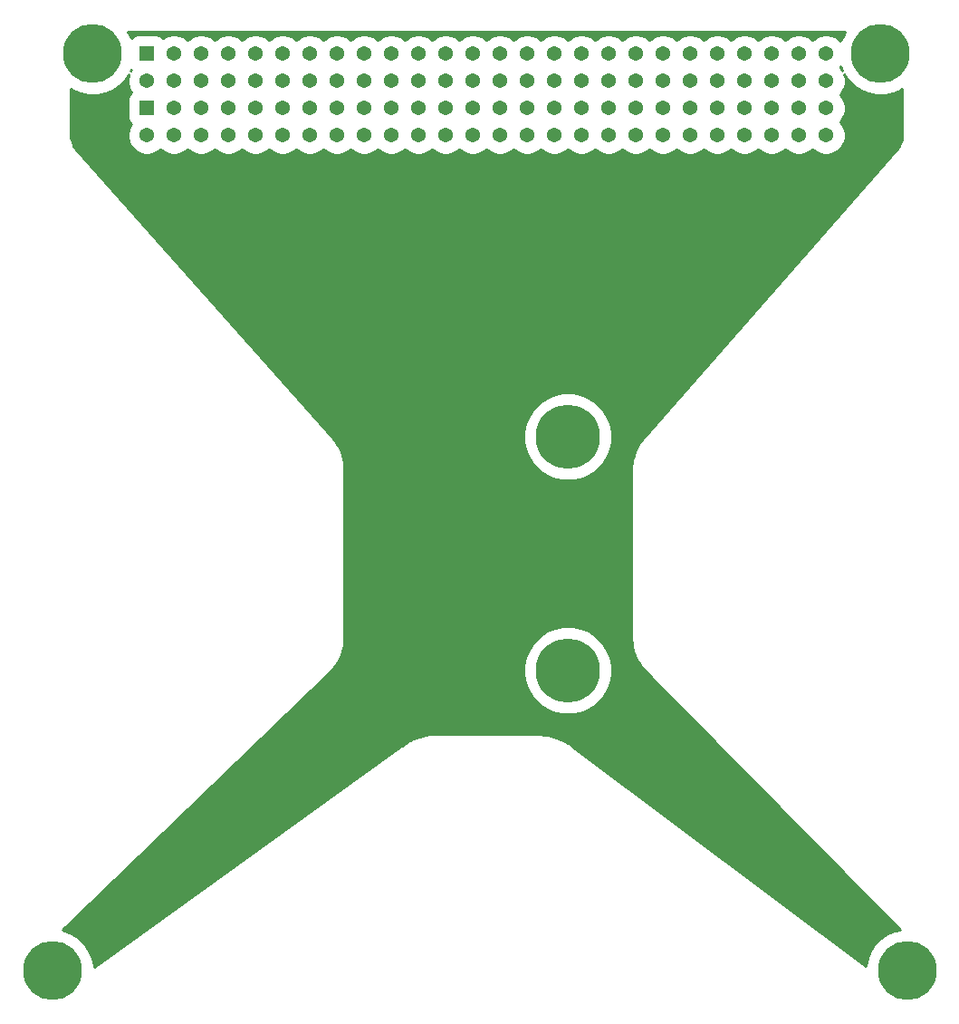
<source format=gtl>
G04 #@! TF.GenerationSoftware,KiCad,Pcbnew,5.1.10-1.fc34*
G04 #@! TF.CreationDate,2021-07-25T00:14:55-03:00*
G04 #@! TF.ProjectId,rf-splitter,72662d73-706c-4697-9474-65722e6b6963,v0.0*
G04 #@! TF.SameCoordinates,Original*
G04 #@! TF.FileFunction,Copper,L1,Top*
G04 #@! TF.FilePolarity,Positive*
%FSLAX46Y46*%
G04 Gerber Fmt 4.6, Leading zero omitted, Abs format (unit mm)*
G04 Created by KiCad (PCBNEW 5.1.10-1.fc34) date 2021-07-25 00:14:55*
%MOMM*%
%LPD*%
G01*
G04 APERTURE LIST*
G04 #@! TA.AperFunction,ComponentPad*
%ADD10C,6.000000*%
G04 #@! TD*
G04 #@! TA.AperFunction,ConnectorPad*
%ADD11C,5.500000*%
G04 #@! TD*
G04 #@! TA.AperFunction,ComponentPad*
%ADD12C,3.600000*%
G04 #@! TD*
G04 #@! TA.AperFunction,ComponentPad*
%ADD13C,1.370000*%
G04 #@! TD*
G04 #@! TA.AperFunction,ComponentPad*
%ADD14R,1.370000X1.370000*%
G04 #@! TD*
G04 #@! TA.AperFunction,NonConductor*
%ADD15C,0.254000*%
G04 #@! TD*
G04 #@! TA.AperFunction,NonConductor*
%ADD16C,0.100000*%
G04 #@! TD*
G04 APERTURE END LIST*
D10*
X133350000Y-108400000D03*
X133350000Y-86560000D03*
D11*
X165060000Y-136420000D03*
D12*
X165060000Y-136420000D03*
D11*
X85130000Y-136420000D03*
D12*
X85130000Y-136420000D03*
D11*
X162560000Y-50800000D03*
D12*
X162560000Y-50800000D03*
D11*
X88900000Y-50800000D03*
D12*
X88900000Y-50800000D03*
D13*
X157480000Y-58420000D03*
X157480000Y-55880000D03*
X154940000Y-58420000D03*
X154940000Y-55880000D03*
X152400000Y-58420000D03*
X152400000Y-55880000D03*
X149860000Y-58420000D03*
X149860000Y-55880000D03*
X147320000Y-58420000D03*
X147320000Y-55880000D03*
X144780000Y-58420000D03*
X144780000Y-55880000D03*
X142240000Y-58420000D03*
X142240000Y-55880000D03*
X139700000Y-58420000D03*
X139700000Y-55880000D03*
X137160000Y-58420000D03*
X137160000Y-55880000D03*
X134620000Y-58420000D03*
X134620000Y-55880000D03*
X132080000Y-58420000D03*
X132080000Y-55880000D03*
X129540000Y-58420000D03*
X129540000Y-55880000D03*
X127000000Y-58420000D03*
X127000000Y-55880000D03*
X124460000Y-58420000D03*
X124460000Y-55880000D03*
X121920000Y-58420000D03*
X121920000Y-55880000D03*
X119380000Y-58420000D03*
X119380000Y-55880000D03*
X116840000Y-58420000D03*
X116840000Y-55880000D03*
X114300000Y-58420000D03*
X114300000Y-55880000D03*
X111760000Y-58420000D03*
X111760000Y-55880000D03*
X109220000Y-58420000D03*
X109220000Y-55880000D03*
X106680000Y-58420000D03*
X106680000Y-55880000D03*
X104140000Y-58420000D03*
X104140000Y-55880000D03*
X101600000Y-58420000D03*
X101600000Y-55880000D03*
X99060000Y-58420000D03*
X99060000Y-55880000D03*
X96520000Y-58420000D03*
X96520000Y-55880000D03*
X93980000Y-58420000D03*
D14*
X93980000Y-55880000D03*
D13*
X157480000Y-53340000D03*
X157480000Y-50800000D03*
X154940000Y-53340000D03*
X154940000Y-50800000D03*
X152400000Y-53340000D03*
X152400000Y-50800000D03*
X149860000Y-53340000D03*
X149860000Y-50800000D03*
X147320000Y-53340000D03*
X147320000Y-50800000D03*
X144780000Y-53340000D03*
X144780000Y-50800000D03*
X142240000Y-53340000D03*
X142240000Y-50800000D03*
X139700000Y-53340000D03*
X139700000Y-50800000D03*
X137160000Y-53340000D03*
X137160000Y-50800000D03*
X134620000Y-53340000D03*
X134620000Y-50800000D03*
X132080000Y-53340000D03*
X132080000Y-50800000D03*
X129540000Y-53340000D03*
X129540000Y-50800000D03*
X127000000Y-53340000D03*
X127000000Y-50800000D03*
X124460000Y-53340000D03*
X124460000Y-50800000D03*
X121920000Y-53340000D03*
X121920000Y-50800000D03*
X119380000Y-53340000D03*
X119380000Y-50800000D03*
X116840000Y-53340000D03*
X116840000Y-50800000D03*
X114300000Y-53340000D03*
X114300000Y-50800000D03*
X111760000Y-53340000D03*
X111760000Y-50800000D03*
X109220000Y-53340000D03*
X109220000Y-50800000D03*
X106680000Y-53340000D03*
X106680000Y-50800000D03*
X104140000Y-53340000D03*
X104140000Y-50800000D03*
X101600000Y-53340000D03*
X101600000Y-50800000D03*
X99060000Y-53340000D03*
X99060000Y-50800000D03*
X96520000Y-53340000D03*
X96520000Y-50800000D03*
X93980000Y-53340000D03*
D14*
X93980000Y-50800000D03*
D15*
X159548538Y-53271443D02*
X160088557Y-53811462D01*
X160723552Y-54235753D01*
X161429121Y-54528009D01*
X162178149Y-54677000D01*
X162941851Y-54677000D01*
X163690879Y-54528009D01*
X164396448Y-54235753D01*
X164583000Y-54111102D01*
X164583001Y-58363649D01*
X164539053Y-58811863D01*
X164425249Y-59188800D01*
X164228522Y-59558790D01*
X164103472Y-59726540D01*
X140262453Y-86810335D01*
X140235022Y-86848465D01*
X140036636Y-87114778D01*
X139995734Y-87182625D01*
X139950969Y-87248002D01*
X139943320Y-87262150D01*
X139652410Y-87809271D01*
X139612617Y-87905817D01*
X139571490Y-88001772D01*
X139566734Y-88017137D01*
X139387635Y-88610341D01*
X139367355Y-88712762D01*
X139345646Y-88814895D01*
X139343965Y-88830892D01*
X139283544Y-89447113D01*
X139278000Y-89503406D01*
X139278001Y-105456595D01*
X139281485Y-105491971D01*
X139304308Y-105861600D01*
X139317598Y-105944262D01*
X139326738Y-106027497D01*
X139330155Y-106043214D01*
X139466032Y-106647785D01*
X139498757Y-106746929D01*
X139530099Y-106846533D01*
X139536504Y-106861287D01*
X139787222Y-107427951D01*
X139838561Y-107518814D01*
X139888670Y-107610468D01*
X139897819Y-107623697D01*
X140222357Y-108086038D01*
X140231852Y-108104090D01*
X140338856Y-108236259D01*
X140381475Y-108279449D01*
X140400341Y-108301409D01*
X140412780Y-108311174D01*
X164382102Y-132601887D01*
X163929121Y-132691991D01*
X163223552Y-132984247D01*
X162588557Y-133408538D01*
X162048538Y-133948557D01*
X161624247Y-134583552D01*
X161331991Y-135289121D01*
X161187259Y-136016738D01*
X133994615Y-115680360D01*
X133991963Y-115678756D01*
X133394684Y-115237068D01*
X133319679Y-115191583D01*
X133246112Y-115143809D01*
X133219240Y-115130117D01*
X132466869Y-114759088D01*
X132382487Y-114726696D01*
X132298968Y-114692102D01*
X132270056Y-114683538D01*
X132270050Y-114683536D01*
X131462663Y-114455830D01*
X131373783Y-114439357D01*
X131285367Y-114420563D01*
X131255388Y-114417413D01*
X131255374Y-114417410D01*
X131255362Y-114417410D01*
X130517580Y-114349617D01*
X130371195Y-114335200D01*
X121088805Y-114335200D01*
X121061488Y-114337890D01*
X120654941Y-114357251D01*
X120590457Y-114366286D01*
X120525499Y-114370775D01*
X120495795Y-114375988D01*
X119671393Y-114531803D01*
X119584463Y-114556652D01*
X119496950Y-114579208D01*
X119468704Y-114589742D01*
X119468693Y-114589745D01*
X119468684Y-114589750D01*
X118686491Y-114893187D01*
X118605555Y-114933456D01*
X118523606Y-114971588D01*
X118497748Y-114987096D01*
X118497744Y-114987098D01*
X118497743Y-114987099D01*
X117793935Y-115421829D01*
X117762330Y-115440166D01*
X89007000Y-136138553D01*
X89007000Y-136038149D01*
X88858009Y-135289121D01*
X88565753Y-134583552D01*
X88141462Y-133948557D01*
X87601443Y-133408538D01*
X86966448Y-132984247D01*
X86260879Y-132691991D01*
X86094344Y-132658865D01*
X111279813Y-108358732D01*
X111390029Y-108229229D01*
X111400042Y-108211275D01*
X111572457Y-107993526D01*
X129223000Y-107993526D01*
X129223000Y-108806474D01*
X129381598Y-109603802D01*
X129692700Y-110354868D01*
X130144350Y-111030809D01*
X130719191Y-111605650D01*
X131395132Y-112057300D01*
X132146198Y-112368402D01*
X132943526Y-112527000D01*
X133756474Y-112527000D01*
X134553802Y-112368402D01*
X135304868Y-112057300D01*
X135980809Y-111605650D01*
X136555650Y-111030809D01*
X137007300Y-110354868D01*
X137318402Y-109603802D01*
X137477000Y-108806474D01*
X137477000Y-107993526D01*
X137318402Y-107196198D01*
X137007300Y-106445132D01*
X136555650Y-105769191D01*
X135980809Y-105194350D01*
X135304868Y-104742700D01*
X134553802Y-104431598D01*
X133756474Y-104273000D01*
X132943526Y-104273000D01*
X132146198Y-104431598D01*
X131395132Y-104742700D01*
X130719191Y-105194350D01*
X130144350Y-105769191D01*
X129692700Y-106445132D01*
X129381598Y-107196198D01*
X129223000Y-107993526D01*
X111572457Y-107993526D01*
X111669986Y-107870355D01*
X111722016Y-107789535D01*
X111776333Y-107710207D01*
X111783983Y-107696058D01*
X112074595Y-107149497D01*
X112114380Y-107052972D01*
X112155516Y-106956994D01*
X112160272Y-106941629D01*
X112339188Y-106349029D01*
X112359467Y-106246612D01*
X112381177Y-106144477D01*
X112382858Y-106128481D01*
X112430621Y-105641362D01*
X112435332Y-105625831D01*
X112452000Y-105456595D01*
X112452000Y-89503405D01*
X112448958Y-89472514D01*
X112431954Y-89156907D01*
X112419991Y-89078580D01*
X112412580Y-88999707D01*
X112409410Y-88983938D01*
X112283036Y-88377312D01*
X112251871Y-88277669D01*
X112222097Y-88177585D01*
X112215924Y-88162732D01*
X111974129Y-87592203D01*
X111924199Y-87500502D01*
X111875555Y-87408114D01*
X111866615Y-87394743D01*
X111574875Y-86964941D01*
X111564348Y-86942159D01*
X111464268Y-86804673D01*
X110884589Y-86153526D01*
X129223000Y-86153526D01*
X129223000Y-86966474D01*
X129381598Y-87763802D01*
X129692700Y-88514868D01*
X130144350Y-89190809D01*
X130719191Y-89765650D01*
X131395132Y-90217300D01*
X132146198Y-90528402D01*
X132943526Y-90687000D01*
X133756474Y-90687000D01*
X134553802Y-90528402D01*
X135304868Y-90217300D01*
X135980809Y-89765650D01*
X136555650Y-89190809D01*
X137007300Y-88514868D01*
X137318402Y-87763802D01*
X137477000Y-86966474D01*
X137477000Y-86153526D01*
X137318402Y-85356198D01*
X137007300Y-84605132D01*
X136555650Y-83929191D01*
X135980809Y-83354350D01*
X135304868Y-82902700D01*
X134553802Y-82591598D01*
X133756474Y-82433000D01*
X132943526Y-82433000D01*
X132146198Y-82591598D01*
X131395132Y-82902700D01*
X130719191Y-83354350D01*
X130144350Y-83929191D01*
X129692700Y-84605132D01*
X129381598Y-85356198D01*
X129223000Y-86153526D01*
X110884589Y-86153526D01*
X87367398Y-59736957D01*
X87128785Y-59385921D01*
X86974901Y-59023494D01*
X86889170Y-58613322D01*
X86877000Y-58388803D01*
X86877000Y-54111103D01*
X87063552Y-54235753D01*
X87769121Y-54528009D01*
X88518149Y-54677000D01*
X89281851Y-54677000D01*
X90030879Y-54528009D01*
X90736448Y-54235753D01*
X91371443Y-53811462D01*
X91911462Y-53271443D01*
X92268331Y-52737352D01*
X92237635Y-52811459D01*
X92168000Y-53161534D01*
X92168000Y-53518466D01*
X92237635Y-53868541D01*
X92374227Y-54198304D01*
X92501281Y-54388453D01*
X92494235Y-54394235D01*
X92353400Y-54565843D01*
X92248750Y-54761629D01*
X92184307Y-54974069D01*
X92162547Y-55195000D01*
X92162547Y-56565000D01*
X92184307Y-56785931D01*
X92248750Y-56998371D01*
X92353400Y-57194157D01*
X92494235Y-57365765D01*
X92501281Y-57371547D01*
X92374227Y-57561696D01*
X92237635Y-57891459D01*
X92168000Y-58241534D01*
X92168000Y-58598466D01*
X92237635Y-58948541D01*
X92374227Y-59278304D01*
X92572528Y-59575082D01*
X92824918Y-59827472D01*
X93121696Y-60025773D01*
X93451459Y-60162365D01*
X93801534Y-60232000D01*
X94158466Y-60232000D01*
X94508541Y-60162365D01*
X94838304Y-60025773D01*
X95135082Y-59827472D01*
X95250000Y-59712554D01*
X95364918Y-59827472D01*
X95661696Y-60025773D01*
X95991459Y-60162365D01*
X96341534Y-60232000D01*
X96698466Y-60232000D01*
X97048541Y-60162365D01*
X97378304Y-60025773D01*
X97675082Y-59827472D01*
X97790000Y-59712554D01*
X97904918Y-59827472D01*
X98201696Y-60025773D01*
X98531459Y-60162365D01*
X98881534Y-60232000D01*
X99238466Y-60232000D01*
X99588541Y-60162365D01*
X99918304Y-60025773D01*
X100215082Y-59827472D01*
X100330000Y-59712554D01*
X100444918Y-59827472D01*
X100741696Y-60025773D01*
X101071459Y-60162365D01*
X101421534Y-60232000D01*
X101778466Y-60232000D01*
X102128541Y-60162365D01*
X102458304Y-60025773D01*
X102755082Y-59827472D01*
X102870000Y-59712554D01*
X102984918Y-59827472D01*
X103281696Y-60025773D01*
X103611459Y-60162365D01*
X103961534Y-60232000D01*
X104318466Y-60232000D01*
X104668541Y-60162365D01*
X104998304Y-60025773D01*
X105295082Y-59827472D01*
X105410000Y-59712554D01*
X105524918Y-59827472D01*
X105821696Y-60025773D01*
X106151459Y-60162365D01*
X106501534Y-60232000D01*
X106858466Y-60232000D01*
X107208541Y-60162365D01*
X107538304Y-60025773D01*
X107835082Y-59827472D01*
X107950000Y-59712554D01*
X108064918Y-59827472D01*
X108361696Y-60025773D01*
X108691459Y-60162365D01*
X109041534Y-60232000D01*
X109398466Y-60232000D01*
X109748541Y-60162365D01*
X110078304Y-60025773D01*
X110375082Y-59827472D01*
X110490000Y-59712554D01*
X110604918Y-59827472D01*
X110901696Y-60025773D01*
X111231459Y-60162365D01*
X111581534Y-60232000D01*
X111938466Y-60232000D01*
X112288541Y-60162365D01*
X112618304Y-60025773D01*
X112915082Y-59827472D01*
X113030000Y-59712554D01*
X113144918Y-59827472D01*
X113441696Y-60025773D01*
X113771459Y-60162365D01*
X114121534Y-60232000D01*
X114478466Y-60232000D01*
X114828541Y-60162365D01*
X115158304Y-60025773D01*
X115455082Y-59827472D01*
X115570000Y-59712554D01*
X115684918Y-59827472D01*
X115981696Y-60025773D01*
X116311459Y-60162365D01*
X116661534Y-60232000D01*
X117018466Y-60232000D01*
X117368541Y-60162365D01*
X117698304Y-60025773D01*
X117995082Y-59827472D01*
X118110000Y-59712554D01*
X118224918Y-59827472D01*
X118521696Y-60025773D01*
X118851459Y-60162365D01*
X119201534Y-60232000D01*
X119558466Y-60232000D01*
X119908541Y-60162365D01*
X120238304Y-60025773D01*
X120535082Y-59827472D01*
X120650000Y-59712554D01*
X120764918Y-59827472D01*
X121061696Y-60025773D01*
X121391459Y-60162365D01*
X121741534Y-60232000D01*
X122098466Y-60232000D01*
X122448541Y-60162365D01*
X122778304Y-60025773D01*
X123075082Y-59827472D01*
X123190000Y-59712554D01*
X123304918Y-59827472D01*
X123601696Y-60025773D01*
X123931459Y-60162365D01*
X124281534Y-60232000D01*
X124638466Y-60232000D01*
X124988541Y-60162365D01*
X125318304Y-60025773D01*
X125615082Y-59827472D01*
X125730000Y-59712554D01*
X125844918Y-59827472D01*
X126141696Y-60025773D01*
X126471459Y-60162365D01*
X126821534Y-60232000D01*
X127178466Y-60232000D01*
X127528541Y-60162365D01*
X127858304Y-60025773D01*
X128155082Y-59827472D01*
X128270000Y-59712554D01*
X128384918Y-59827472D01*
X128681696Y-60025773D01*
X129011459Y-60162365D01*
X129361534Y-60232000D01*
X129718466Y-60232000D01*
X130068541Y-60162365D01*
X130398304Y-60025773D01*
X130695082Y-59827472D01*
X130810000Y-59712554D01*
X130924918Y-59827472D01*
X131221696Y-60025773D01*
X131551459Y-60162365D01*
X131901534Y-60232000D01*
X132258466Y-60232000D01*
X132608541Y-60162365D01*
X132938304Y-60025773D01*
X133235082Y-59827472D01*
X133350000Y-59712554D01*
X133464918Y-59827472D01*
X133761696Y-60025773D01*
X134091459Y-60162365D01*
X134441534Y-60232000D01*
X134798466Y-60232000D01*
X135148541Y-60162365D01*
X135478304Y-60025773D01*
X135775082Y-59827472D01*
X135890000Y-59712554D01*
X136004918Y-59827472D01*
X136301696Y-60025773D01*
X136631459Y-60162365D01*
X136981534Y-60232000D01*
X137338466Y-60232000D01*
X137688541Y-60162365D01*
X138018304Y-60025773D01*
X138315082Y-59827472D01*
X138430000Y-59712554D01*
X138544918Y-59827472D01*
X138841696Y-60025773D01*
X139171459Y-60162365D01*
X139521534Y-60232000D01*
X139878466Y-60232000D01*
X140228541Y-60162365D01*
X140558304Y-60025773D01*
X140855082Y-59827472D01*
X140970000Y-59712554D01*
X141084918Y-59827472D01*
X141381696Y-60025773D01*
X141711459Y-60162365D01*
X142061534Y-60232000D01*
X142418466Y-60232000D01*
X142768541Y-60162365D01*
X143098304Y-60025773D01*
X143395082Y-59827472D01*
X143510000Y-59712554D01*
X143624918Y-59827472D01*
X143921696Y-60025773D01*
X144251459Y-60162365D01*
X144601534Y-60232000D01*
X144958466Y-60232000D01*
X145308541Y-60162365D01*
X145638304Y-60025773D01*
X145935082Y-59827472D01*
X146050000Y-59712554D01*
X146164918Y-59827472D01*
X146461696Y-60025773D01*
X146791459Y-60162365D01*
X147141534Y-60232000D01*
X147498466Y-60232000D01*
X147848541Y-60162365D01*
X148178304Y-60025773D01*
X148475082Y-59827472D01*
X148590000Y-59712554D01*
X148704918Y-59827472D01*
X149001696Y-60025773D01*
X149331459Y-60162365D01*
X149681534Y-60232000D01*
X150038466Y-60232000D01*
X150388541Y-60162365D01*
X150718304Y-60025773D01*
X151015082Y-59827472D01*
X151130000Y-59712554D01*
X151244918Y-59827472D01*
X151541696Y-60025773D01*
X151871459Y-60162365D01*
X152221534Y-60232000D01*
X152578466Y-60232000D01*
X152928541Y-60162365D01*
X153258304Y-60025773D01*
X153555082Y-59827472D01*
X153670000Y-59712554D01*
X153784918Y-59827472D01*
X154081696Y-60025773D01*
X154411459Y-60162365D01*
X154761534Y-60232000D01*
X155118466Y-60232000D01*
X155468541Y-60162365D01*
X155798304Y-60025773D01*
X156095082Y-59827472D01*
X156210000Y-59712554D01*
X156324918Y-59827472D01*
X156621696Y-60025773D01*
X156951459Y-60162365D01*
X157301534Y-60232000D01*
X157658466Y-60232000D01*
X158008541Y-60162365D01*
X158338304Y-60025773D01*
X158635082Y-59827472D01*
X158887472Y-59575082D01*
X159085773Y-59278304D01*
X159222365Y-58948541D01*
X159292000Y-58598466D01*
X159292000Y-58241534D01*
X159222365Y-57891459D01*
X159085773Y-57561696D01*
X158887472Y-57264918D01*
X158772554Y-57150000D01*
X158887472Y-57035082D01*
X159085773Y-56738304D01*
X159222365Y-56408541D01*
X159292000Y-56058466D01*
X159292000Y-55701534D01*
X159222365Y-55351459D01*
X159085773Y-55021696D01*
X158887472Y-54724918D01*
X158772554Y-54610000D01*
X158887472Y-54495082D01*
X159085773Y-54198304D01*
X159222365Y-53868541D01*
X159292000Y-53518466D01*
X159292000Y-53161534D01*
X159222365Y-52811459D01*
X159191669Y-52737352D01*
X159548538Y-53271443D01*
G04 #@! TA.AperFunction,NonConductor*
D16*
G36*
X159548538Y-53271443D02*
G01*
X160088557Y-53811462D01*
X160723552Y-54235753D01*
X161429121Y-54528009D01*
X162178149Y-54677000D01*
X162941851Y-54677000D01*
X163690879Y-54528009D01*
X164396448Y-54235753D01*
X164583000Y-54111102D01*
X164583001Y-58363649D01*
X164539053Y-58811863D01*
X164425249Y-59188800D01*
X164228522Y-59558790D01*
X164103472Y-59726540D01*
X140262453Y-86810335D01*
X140235022Y-86848465D01*
X140036636Y-87114778D01*
X139995734Y-87182625D01*
X139950969Y-87248002D01*
X139943320Y-87262150D01*
X139652410Y-87809271D01*
X139612617Y-87905817D01*
X139571490Y-88001772D01*
X139566734Y-88017137D01*
X139387635Y-88610341D01*
X139367355Y-88712762D01*
X139345646Y-88814895D01*
X139343965Y-88830892D01*
X139283544Y-89447113D01*
X139278000Y-89503406D01*
X139278001Y-105456595D01*
X139281485Y-105491971D01*
X139304308Y-105861600D01*
X139317598Y-105944262D01*
X139326738Y-106027497D01*
X139330155Y-106043214D01*
X139466032Y-106647785D01*
X139498757Y-106746929D01*
X139530099Y-106846533D01*
X139536504Y-106861287D01*
X139787222Y-107427951D01*
X139838561Y-107518814D01*
X139888670Y-107610468D01*
X139897819Y-107623697D01*
X140222357Y-108086038D01*
X140231852Y-108104090D01*
X140338856Y-108236259D01*
X140381475Y-108279449D01*
X140400341Y-108301409D01*
X140412780Y-108311174D01*
X164382102Y-132601887D01*
X163929121Y-132691991D01*
X163223552Y-132984247D01*
X162588557Y-133408538D01*
X162048538Y-133948557D01*
X161624247Y-134583552D01*
X161331991Y-135289121D01*
X161187259Y-136016738D01*
X133994615Y-115680360D01*
X133991963Y-115678756D01*
X133394684Y-115237068D01*
X133319679Y-115191583D01*
X133246112Y-115143809D01*
X133219240Y-115130117D01*
X132466869Y-114759088D01*
X132382487Y-114726696D01*
X132298968Y-114692102D01*
X132270056Y-114683538D01*
X132270050Y-114683536D01*
X131462663Y-114455830D01*
X131373783Y-114439357D01*
X131285367Y-114420563D01*
X131255388Y-114417413D01*
X131255374Y-114417410D01*
X131255362Y-114417410D01*
X130517580Y-114349617D01*
X130371195Y-114335200D01*
X121088805Y-114335200D01*
X121061488Y-114337890D01*
X120654941Y-114357251D01*
X120590457Y-114366286D01*
X120525499Y-114370775D01*
X120495795Y-114375988D01*
X119671393Y-114531803D01*
X119584463Y-114556652D01*
X119496950Y-114579208D01*
X119468704Y-114589742D01*
X119468693Y-114589745D01*
X119468684Y-114589750D01*
X118686491Y-114893187D01*
X118605555Y-114933456D01*
X118523606Y-114971588D01*
X118497748Y-114987096D01*
X118497744Y-114987098D01*
X118497743Y-114987099D01*
X117793935Y-115421829D01*
X117762330Y-115440166D01*
X89007000Y-136138553D01*
X89007000Y-136038149D01*
X88858009Y-135289121D01*
X88565753Y-134583552D01*
X88141462Y-133948557D01*
X87601443Y-133408538D01*
X86966448Y-132984247D01*
X86260879Y-132691991D01*
X86094344Y-132658865D01*
X111279813Y-108358732D01*
X111390029Y-108229229D01*
X111400042Y-108211275D01*
X111572457Y-107993526D01*
X129223000Y-107993526D01*
X129223000Y-108806474D01*
X129381598Y-109603802D01*
X129692700Y-110354868D01*
X130144350Y-111030809D01*
X130719191Y-111605650D01*
X131395132Y-112057300D01*
X132146198Y-112368402D01*
X132943526Y-112527000D01*
X133756474Y-112527000D01*
X134553802Y-112368402D01*
X135304868Y-112057300D01*
X135980809Y-111605650D01*
X136555650Y-111030809D01*
X137007300Y-110354868D01*
X137318402Y-109603802D01*
X137477000Y-108806474D01*
X137477000Y-107993526D01*
X137318402Y-107196198D01*
X137007300Y-106445132D01*
X136555650Y-105769191D01*
X135980809Y-105194350D01*
X135304868Y-104742700D01*
X134553802Y-104431598D01*
X133756474Y-104273000D01*
X132943526Y-104273000D01*
X132146198Y-104431598D01*
X131395132Y-104742700D01*
X130719191Y-105194350D01*
X130144350Y-105769191D01*
X129692700Y-106445132D01*
X129381598Y-107196198D01*
X129223000Y-107993526D01*
X111572457Y-107993526D01*
X111669986Y-107870355D01*
X111722016Y-107789535D01*
X111776333Y-107710207D01*
X111783983Y-107696058D01*
X112074595Y-107149497D01*
X112114380Y-107052972D01*
X112155516Y-106956994D01*
X112160272Y-106941629D01*
X112339188Y-106349029D01*
X112359467Y-106246612D01*
X112381177Y-106144477D01*
X112382858Y-106128481D01*
X112430621Y-105641362D01*
X112435332Y-105625831D01*
X112452000Y-105456595D01*
X112452000Y-89503405D01*
X112448958Y-89472514D01*
X112431954Y-89156907D01*
X112419991Y-89078580D01*
X112412580Y-88999707D01*
X112409410Y-88983938D01*
X112283036Y-88377312D01*
X112251871Y-88277669D01*
X112222097Y-88177585D01*
X112215924Y-88162732D01*
X111974129Y-87592203D01*
X111924199Y-87500502D01*
X111875555Y-87408114D01*
X111866615Y-87394743D01*
X111574875Y-86964941D01*
X111564348Y-86942159D01*
X111464268Y-86804673D01*
X110884589Y-86153526D01*
X129223000Y-86153526D01*
X129223000Y-86966474D01*
X129381598Y-87763802D01*
X129692700Y-88514868D01*
X130144350Y-89190809D01*
X130719191Y-89765650D01*
X131395132Y-90217300D01*
X132146198Y-90528402D01*
X132943526Y-90687000D01*
X133756474Y-90687000D01*
X134553802Y-90528402D01*
X135304868Y-90217300D01*
X135980809Y-89765650D01*
X136555650Y-89190809D01*
X137007300Y-88514868D01*
X137318402Y-87763802D01*
X137477000Y-86966474D01*
X137477000Y-86153526D01*
X137318402Y-85356198D01*
X137007300Y-84605132D01*
X136555650Y-83929191D01*
X135980809Y-83354350D01*
X135304868Y-82902700D01*
X134553802Y-82591598D01*
X133756474Y-82433000D01*
X132943526Y-82433000D01*
X132146198Y-82591598D01*
X131395132Y-82902700D01*
X130719191Y-83354350D01*
X130144350Y-83929191D01*
X129692700Y-84605132D01*
X129381598Y-85356198D01*
X129223000Y-86153526D01*
X110884589Y-86153526D01*
X87367398Y-59736957D01*
X87128785Y-59385921D01*
X86974901Y-59023494D01*
X86889170Y-58613322D01*
X86877000Y-58388803D01*
X86877000Y-54111103D01*
X87063552Y-54235753D01*
X87769121Y-54528009D01*
X88518149Y-54677000D01*
X89281851Y-54677000D01*
X90030879Y-54528009D01*
X90736448Y-54235753D01*
X91371443Y-53811462D01*
X91911462Y-53271443D01*
X92268331Y-52737352D01*
X92237635Y-52811459D01*
X92168000Y-53161534D01*
X92168000Y-53518466D01*
X92237635Y-53868541D01*
X92374227Y-54198304D01*
X92501281Y-54388453D01*
X92494235Y-54394235D01*
X92353400Y-54565843D01*
X92248750Y-54761629D01*
X92184307Y-54974069D01*
X92162547Y-55195000D01*
X92162547Y-56565000D01*
X92184307Y-56785931D01*
X92248750Y-56998371D01*
X92353400Y-57194157D01*
X92494235Y-57365765D01*
X92501281Y-57371547D01*
X92374227Y-57561696D01*
X92237635Y-57891459D01*
X92168000Y-58241534D01*
X92168000Y-58598466D01*
X92237635Y-58948541D01*
X92374227Y-59278304D01*
X92572528Y-59575082D01*
X92824918Y-59827472D01*
X93121696Y-60025773D01*
X93451459Y-60162365D01*
X93801534Y-60232000D01*
X94158466Y-60232000D01*
X94508541Y-60162365D01*
X94838304Y-60025773D01*
X95135082Y-59827472D01*
X95250000Y-59712554D01*
X95364918Y-59827472D01*
X95661696Y-60025773D01*
X95991459Y-60162365D01*
X96341534Y-60232000D01*
X96698466Y-60232000D01*
X97048541Y-60162365D01*
X97378304Y-60025773D01*
X97675082Y-59827472D01*
X97790000Y-59712554D01*
X97904918Y-59827472D01*
X98201696Y-60025773D01*
X98531459Y-60162365D01*
X98881534Y-60232000D01*
X99238466Y-60232000D01*
X99588541Y-60162365D01*
X99918304Y-60025773D01*
X100215082Y-59827472D01*
X100330000Y-59712554D01*
X100444918Y-59827472D01*
X100741696Y-60025773D01*
X101071459Y-60162365D01*
X101421534Y-60232000D01*
X101778466Y-60232000D01*
X102128541Y-60162365D01*
X102458304Y-60025773D01*
X102755082Y-59827472D01*
X102870000Y-59712554D01*
X102984918Y-59827472D01*
X103281696Y-60025773D01*
X103611459Y-60162365D01*
X103961534Y-60232000D01*
X104318466Y-60232000D01*
X104668541Y-60162365D01*
X104998304Y-60025773D01*
X105295082Y-59827472D01*
X105410000Y-59712554D01*
X105524918Y-59827472D01*
X105821696Y-60025773D01*
X106151459Y-60162365D01*
X106501534Y-60232000D01*
X106858466Y-60232000D01*
X107208541Y-60162365D01*
X107538304Y-60025773D01*
X107835082Y-59827472D01*
X107950000Y-59712554D01*
X108064918Y-59827472D01*
X108361696Y-60025773D01*
X108691459Y-60162365D01*
X109041534Y-60232000D01*
X109398466Y-60232000D01*
X109748541Y-60162365D01*
X110078304Y-60025773D01*
X110375082Y-59827472D01*
X110490000Y-59712554D01*
X110604918Y-59827472D01*
X110901696Y-60025773D01*
X111231459Y-60162365D01*
X111581534Y-60232000D01*
X111938466Y-60232000D01*
X112288541Y-60162365D01*
X112618304Y-60025773D01*
X112915082Y-59827472D01*
X113030000Y-59712554D01*
X113144918Y-59827472D01*
X113441696Y-60025773D01*
X113771459Y-60162365D01*
X114121534Y-60232000D01*
X114478466Y-60232000D01*
X114828541Y-60162365D01*
X115158304Y-60025773D01*
X115455082Y-59827472D01*
X115570000Y-59712554D01*
X115684918Y-59827472D01*
X115981696Y-60025773D01*
X116311459Y-60162365D01*
X116661534Y-60232000D01*
X117018466Y-60232000D01*
X117368541Y-60162365D01*
X117698304Y-60025773D01*
X117995082Y-59827472D01*
X118110000Y-59712554D01*
X118224918Y-59827472D01*
X118521696Y-60025773D01*
X118851459Y-60162365D01*
X119201534Y-60232000D01*
X119558466Y-60232000D01*
X119908541Y-60162365D01*
X120238304Y-60025773D01*
X120535082Y-59827472D01*
X120650000Y-59712554D01*
X120764918Y-59827472D01*
X121061696Y-60025773D01*
X121391459Y-60162365D01*
X121741534Y-60232000D01*
X122098466Y-60232000D01*
X122448541Y-60162365D01*
X122778304Y-60025773D01*
X123075082Y-59827472D01*
X123190000Y-59712554D01*
X123304918Y-59827472D01*
X123601696Y-60025773D01*
X123931459Y-60162365D01*
X124281534Y-60232000D01*
X124638466Y-60232000D01*
X124988541Y-60162365D01*
X125318304Y-60025773D01*
X125615082Y-59827472D01*
X125730000Y-59712554D01*
X125844918Y-59827472D01*
X126141696Y-60025773D01*
X126471459Y-60162365D01*
X126821534Y-60232000D01*
X127178466Y-60232000D01*
X127528541Y-60162365D01*
X127858304Y-60025773D01*
X128155082Y-59827472D01*
X128270000Y-59712554D01*
X128384918Y-59827472D01*
X128681696Y-60025773D01*
X129011459Y-60162365D01*
X129361534Y-60232000D01*
X129718466Y-60232000D01*
X130068541Y-60162365D01*
X130398304Y-60025773D01*
X130695082Y-59827472D01*
X130810000Y-59712554D01*
X130924918Y-59827472D01*
X131221696Y-60025773D01*
X131551459Y-60162365D01*
X131901534Y-60232000D01*
X132258466Y-60232000D01*
X132608541Y-60162365D01*
X132938304Y-60025773D01*
X133235082Y-59827472D01*
X133350000Y-59712554D01*
X133464918Y-59827472D01*
X133761696Y-60025773D01*
X134091459Y-60162365D01*
X134441534Y-60232000D01*
X134798466Y-60232000D01*
X135148541Y-60162365D01*
X135478304Y-60025773D01*
X135775082Y-59827472D01*
X135890000Y-59712554D01*
X136004918Y-59827472D01*
X136301696Y-60025773D01*
X136631459Y-60162365D01*
X136981534Y-60232000D01*
X137338466Y-60232000D01*
X137688541Y-60162365D01*
X138018304Y-60025773D01*
X138315082Y-59827472D01*
X138430000Y-59712554D01*
X138544918Y-59827472D01*
X138841696Y-60025773D01*
X139171459Y-60162365D01*
X139521534Y-60232000D01*
X139878466Y-60232000D01*
X140228541Y-60162365D01*
X140558304Y-60025773D01*
X140855082Y-59827472D01*
X140970000Y-59712554D01*
X141084918Y-59827472D01*
X141381696Y-60025773D01*
X141711459Y-60162365D01*
X142061534Y-60232000D01*
X142418466Y-60232000D01*
X142768541Y-60162365D01*
X143098304Y-60025773D01*
X143395082Y-59827472D01*
X143510000Y-59712554D01*
X143624918Y-59827472D01*
X143921696Y-60025773D01*
X144251459Y-60162365D01*
X144601534Y-60232000D01*
X144958466Y-60232000D01*
X145308541Y-60162365D01*
X145638304Y-60025773D01*
X145935082Y-59827472D01*
X146050000Y-59712554D01*
X146164918Y-59827472D01*
X146461696Y-60025773D01*
X146791459Y-60162365D01*
X147141534Y-60232000D01*
X147498466Y-60232000D01*
X147848541Y-60162365D01*
X148178304Y-60025773D01*
X148475082Y-59827472D01*
X148590000Y-59712554D01*
X148704918Y-59827472D01*
X149001696Y-60025773D01*
X149331459Y-60162365D01*
X149681534Y-60232000D01*
X150038466Y-60232000D01*
X150388541Y-60162365D01*
X150718304Y-60025773D01*
X151015082Y-59827472D01*
X151130000Y-59712554D01*
X151244918Y-59827472D01*
X151541696Y-60025773D01*
X151871459Y-60162365D01*
X152221534Y-60232000D01*
X152578466Y-60232000D01*
X152928541Y-60162365D01*
X153258304Y-60025773D01*
X153555082Y-59827472D01*
X153670000Y-59712554D01*
X153784918Y-59827472D01*
X154081696Y-60025773D01*
X154411459Y-60162365D01*
X154761534Y-60232000D01*
X155118466Y-60232000D01*
X155468541Y-60162365D01*
X155798304Y-60025773D01*
X156095082Y-59827472D01*
X156210000Y-59712554D01*
X156324918Y-59827472D01*
X156621696Y-60025773D01*
X156951459Y-60162365D01*
X157301534Y-60232000D01*
X157658466Y-60232000D01*
X158008541Y-60162365D01*
X158338304Y-60025773D01*
X158635082Y-59827472D01*
X158887472Y-59575082D01*
X159085773Y-59278304D01*
X159222365Y-58948541D01*
X159292000Y-58598466D01*
X159292000Y-58241534D01*
X159222365Y-57891459D01*
X159085773Y-57561696D01*
X158887472Y-57264918D01*
X158772554Y-57150000D01*
X158887472Y-57035082D01*
X159085773Y-56738304D01*
X159222365Y-56408541D01*
X159292000Y-56058466D01*
X159292000Y-55701534D01*
X159222365Y-55351459D01*
X159085773Y-55021696D01*
X158887472Y-54724918D01*
X158772554Y-54610000D01*
X158887472Y-54495082D01*
X159085773Y-54198304D01*
X159222365Y-53868541D01*
X159292000Y-53518466D01*
X159292000Y-53161534D01*
X159222365Y-52811459D01*
X159191669Y-52737352D01*
X159548538Y-53271443D01*
G37*
G04 #@! TD.AperFunction*
D15*
X159018351Y-52380792D02*
X158887472Y-52184918D01*
X158772554Y-52070000D01*
X158855330Y-51987224D01*
X159018351Y-52380792D01*
G04 #@! TA.AperFunction,NonConductor*
D16*
G36*
X159018351Y-52380792D02*
G01*
X158887472Y-52184918D01*
X158772554Y-52070000D01*
X158855330Y-51987224D01*
X159018351Y-52380792D01*
G37*
G04 #@! TD.AperFunction*
D15*
X92494235Y-52285765D02*
X92501281Y-52291547D01*
X92441649Y-52380792D01*
X92485446Y-52275056D01*
X92494235Y-52285765D01*
G04 #@! TA.AperFunction,NonConductor*
D16*
G36*
X92494235Y-52285765D02*
G01*
X92501281Y-52291547D01*
X92441649Y-52380792D01*
X92485446Y-52275056D01*
X92494235Y-52285765D01*
G37*
G04 #@! TD.AperFunction*
D15*
X159124247Y-48963552D02*
X158855330Y-49612776D01*
X158635082Y-49392528D01*
X158338304Y-49194227D01*
X158008541Y-49057635D01*
X157658466Y-48988000D01*
X157301534Y-48988000D01*
X156951459Y-49057635D01*
X156621696Y-49194227D01*
X156324918Y-49392528D01*
X156210000Y-49507446D01*
X156095082Y-49392528D01*
X155798304Y-49194227D01*
X155468541Y-49057635D01*
X155118466Y-48988000D01*
X154761534Y-48988000D01*
X154411459Y-49057635D01*
X154081696Y-49194227D01*
X153784918Y-49392528D01*
X153670000Y-49507446D01*
X153555082Y-49392528D01*
X153258304Y-49194227D01*
X152928541Y-49057635D01*
X152578466Y-48988000D01*
X152221534Y-48988000D01*
X151871459Y-49057635D01*
X151541696Y-49194227D01*
X151244918Y-49392528D01*
X151130000Y-49507446D01*
X151015082Y-49392528D01*
X150718304Y-49194227D01*
X150388541Y-49057635D01*
X150038466Y-48988000D01*
X149681534Y-48988000D01*
X149331459Y-49057635D01*
X149001696Y-49194227D01*
X148704918Y-49392528D01*
X148590000Y-49507446D01*
X148475082Y-49392528D01*
X148178304Y-49194227D01*
X147848541Y-49057635D01*
X147498466Y-48988000D01*
X147141534Y-48988000D01*
X146791459Y-49057635D01*
X146461696Y-49194227D01*
X146164918Y-49392528D01*
X146050000Y-49507446D01*
X145935082Y-49392528D01*
X145638304Y-49194227D01*
X145308541Y-49057635D01*
X144958466Y-48988000D01*
X144601534Y-48988000D01*
X144251459Y-49057635D01*
X143921696Y-49194227D01*
X143624918Y-49392528D01*
X143510000Y-49507446D01*
X143395082Y-49392528D01*
X143098304Y-49194227D01*
X142768541Y-49057635D01*
X142418466Y-48988000D01*
X142061534Y-48988000D01*
X141711459Y-49057635D01*
X141381696Y-49194227D01*
X141084918Y-49392528D01*
X140970000Y-49507446D01*
X140855082Y-49392528D01*
X140558304Y-49194227D01*
X140228541Y-49057635D01*
X139878466Y-48988000D01*
X139521534Y-48988000D01*
X139171459Y-49057635D01*
X138841696Y-49194227D01*
X138544918Y-49392528D01*
X138430000Y-49507446D01*
X138315082Y-49392528D01*
X138018304Y-49194227D01*
X137688541Y-49057635D01*
X137338466Y-48988000D01*
X136981534Y-48988000D01*
X136631459Y-49057635D01*
X136301696Y-49194227D01*
X136004918Y-49392528D01*
X135890000Y-49507446D01*
X135775082Y-49392528D01*
X135478304Y-49194227D01*
X135148541Y-49057635D01*
X134798466Y-48988000D01*
X134441534Y-48988000D01*
X134091459Y-49057635D01*
X133761696Y-49194227D01*
X133464918Y-49392528D01*
X133350000Y-49507446D01*
X133235082Y-49392528D01*
X132938304Y-49194227D01*
X132608541Y-49057635D01*
X132258466Y-48988000D01*
X131901534Y-48988000D01*
X131551459Y-49057635D01*
X131221696Y-49194227D01*
X130924918Y-49392528D01*
X130810000Y-49507446D01*
X130695082Y-49392528D01*
X130398304Y-49194227D01*
X130068541Y-49057635D01*
X129718466Y-48988000D01*
X129361534Y-48988000D01*
X129011459Y-49057635D01*
X128681696Y-49194227D01*
X128384918Y-49392528D01*
X128270000Y-49507446D01*
X128155082Y-49392528D01*
X127858304Y-49194227D01*
X127528541Y-49057635D01*
X127178466Y-48988000D01*
X126821534Y-48988000D01*
X126471459Y-49057635D01*
X126141696Y-49194227D01*
X125844918Y-49392528D01*
X125730000Y-49507446D01*
X125615082Y-49392528D01*
X125318304Y-49194227D01*
X124988541Y-49057635D01*
X124638466Y-48988000D01*
X124281534Y-48988000D01*
X123931459Y-49057635D01*
X123601696Y-49194227D01*
X123304918Y-49392528D01*
X123190000Y-49507446D01*
X123075082Y-49392528D01*
X122778304Y-49194227D01*
X122448541Y-49057635D01*
X122098466Y-48988000D01*
X121741534Y-48988000D01*
X121391459Y-49057635D01*
X121061696Y-49194227D01*
X120764918Y-49392528D01*
X120650000Y-49507446D01*
X120535082Y-49392528D01*
X120238304Y-49194227D01*
X119908541Y-49057635D01*
X119558466Y-48988000D01*
X119201534Y-48988000D01*
X118851459Y-49057635D01*
X118521696Y-49194227D01*
X118224918Y-49392528D01*
X118110000Y-49507446D01*
X117995082Y-49392528D01*
X117698304Y-49194227D01*
X117368541Y-49057635D01*
X117018466Y-48988000D01*
X116661534Y-48988000D01*
X116311459Y-49057635D01*
X115981696Y-49194227D01*
X115684918Y-49392528D01*
X115570000Y-49507446D01*
X115455082Y-49392528D01*
X115158304Y-49194227D01*
X114828541Y-49057635D01*
X114478466Y-48988000D01*
X114121534Y-48988000D01*
X113771459Y-49057635D01*
X113441696Y-49194227D01*
X113144918Y-49392528D01*
X113030000Y-49507446D01*
X112915082Y-49392528D01*
X112618304Y-49194227D01*
X112288541Y-49057635D01*
X111938466Y-48988000D01*
X111581534Y-48988000D01*
X111231459Y-49057635D01*
X110901696Y-49194227D01*
X110604918Y-49392528D01*
X110490000Y-49507446D01*
X110375082Y-49392528D01*
X110078304Y-49194227D01*
X109748541Y-49057635D01*
X109398466Y-48988000D01*
X109041534Y-48988000D01*
X108691459Y-49057635D01*
X108361696Y-49194227D01*
X108064918Y-49392528D01*
X107950000Y-49507446D01*
X107835082Y-49392528D01*
X107538304Y-49194227D01*
X107208541Y-49057635D01*
X106858466Y-48988000D01*
X106501534Y-48988000D01*
X106151459Y-49057635D01*
X105821696Y-49194227D01*
X105524918Y-49392528D01*
X105410000Y-49507446D01*
X105295082Y-49392528D01*
X104998304Y-49194227D01*
X104668541Y-49057635D01*
X104318466Y-48988000D01*
X103961534Y-48988000D01*
X103611459Y-49057635D01*
X103281696Y-49194227D01*
X102984918Y-49392528D01*
X102870000Y-49507446D01*
X102755082Y-49392528D01*
X102458304Y-49194227D01*
X102128541Y-49057635D01*
X101778466Y-48988000D01*
X101421534Y-48988000D01*
X101071459Y-49057635D01*
X100741696Y-49194227D01*
X100444918Y-49392528D01*
X100330000Y-49507446D01*
X100215082Y-49392528D01*
X99918304Y-49194227D01*
X99588541Y-49057635D01*
X99238466Y-48988000D01*
X98881534Y-48988000D01*
X98531459Y-49057635D01*
X98201696Y-49194227D01*
X97904918Y-49392528D01*
X97790000Y-49507446D01*
X97675082Y-49392528D01*
X97378304Y-49194227D01*
X97048541Y-49057635D01*
X96698466Y-48988000D01*
X96341534Y-48988000D01*
X95991459Y-49057635D01*
X95661696Y-49194227D01*
X95471547Y-49321281D01*
X95465765Y-49314235D01*
X95294157Y-49173400D01*
X95098371Y-49068750D01*
X94885931Y-49004307D01*
X94665000Y-48982547D01*
X93295000Y-48982547D01*
X93074069Y-49004307D01*
X92861629Y-49068750D01*
X92665843Y-49173400D01*
X92494235Y-49314235D01*
X92485446Y-49324944D01*
X92335753Y-48963552D01*
X92211103Y-48777000D01*
X159248897Y-48777000D01*
X159124247Y-48963552D01*
G04 #@! TA.AperFunction,NonConductor*
D16*
G36*
X159124247Y-48963552D02*
G01*
X158855330Y-49612776D01*
X158635082Y-49392528D01*
X158338304Y-49194227D01*
X158008541Y-49057635D01*
X157658466Y-48988000D01*
X157301534Y-48988000D01*
X156951459Y-49057635D01*
X156621696Y-49194227D01*
X156324918Y-49392528D01*
X156210000Y-49507446D01*
X156095082Y-49392528D01*
X155798304Y-49194227D01*
X155468541Y-49057635D01*
X155118466Y-48988000D01*
X154761534Y-48988000D01*
X154411459Y-49057635D01*
X154081696Y-49194227D01*
X153784918Y-49392528D01*
X153670000Y-49507446D01*
X153555082Y-49392528D01*
X153258304Y-49194227D01*
X152928541Y-49057635D01*
X152578466Y-48988000D01*
X152221534Y-48988000D01*
X151871459Y-49057635D01*
X151541696Y-49194227D01*
X151244918Y-49392528D01*
X151130000Y-49507446D01*
X151015082Y-49392528D01*
X150718304Y-49194227D01*
X150388541Y-49057635D01*
X150038466Y-48988000D01*
X149681534Y-48988000D01*
X149331459Y-49057635D01*
X149001696Y-49194227D01*
X148704918Y-49392528D01*
X148590000Y-49507446D01*
X148475082Y-49392528D01*
X148178304Y-49194227D01*
X147848541Y-49057635D01*
X147498466Y-48988000D01*
X147141534Y-48988000D01*
X146791459Y-49057635D01*
X146461696Y-49194227D01*
X146164918Y-49392528D01*
X146050000Y-49507446D01*
X145935082Y-49392528D01*
X145638304Y-49194227D01*
X145308541Y-49057635D01*
X144958466Y-48988000D01*
X144601534Y-48988000D01*
X144251459Y-49057635D01*
X143921696Y-49194227D01*
X143624918Y-49392528D01*
X143510000Y-49507446D01*
X143395082Y-49392528D01*
X143098304Y-49194227D01*
X142768541Y-49057635D01*
X142418466Y-48988000D01*
X142061534Y-48988000D01*
X141711459Y-49057635D01*
X141381696Y-49194227D01*
X141084918Y-49392528D01*
X140970000Y-49507446D01*
X140855082Y-49392528D01*
X140558304Y-49194227D01*
X140228541Y-49057635D01*
X139878466Y-48988000D01*
X139521534Y-48988000D01*
X139171459Y-49057635D01*
X138841696Y-49194227D01*
X138544918Y-49392528D01*
X138430000Y-49507446D01*
X138315082Y-49392528D01*
X138018304Y-49194227D01*
X137688541Y-49057635D01*
X137338466Y-48988000D01*
X136981534Y-48988000D01*
X136631459Y-49057635D01*
X136301696Y-49194227D01*
X136004918Y-49392528D01*
X135890000Y-49507446D01*
X135775082Y-49392528D01*
X135478304Y-49194227D01*
X135148541Y-49057635D01*
X134798466Y-48988000D01*
X134441534Y-48988000D01*
X134091459Y-49057635D01*
X133761696Y-49194227D01*
X133464918Y-49392528D01*
X133350000Y-49507446D01*
X133235082Y-49392528D01*
X132938304Y-49194227D01*
X132608541Y-49057635D01*
X132258466Y-48988000D01*
X131901534Y-48988000D01*
X131551459Y-49057635D01*
X131221696Y-49194227D01*
X130924918Y-49392528D01*
X130810000Y-49507446D01*
X130695082Y-49392528D01*
X130398304Y-49194227D01*
X130068541Y-49057635D01*
X129718466Y-48988000D01*
X129361534Y-48988000D01*
X129011459Y-49057635D01*
X128681696Y-49194227D01*
X128384918Y-49392528D01*
X128270000Y-49507446D01*
X128155082Y-49392528D01*
X127858304Y-49194227D01*
X127528541Y-49057635D01*
X127178466Y-48988000D01*
X126821534Y-48988000D01*
X126471459Y-49057635D01*
X126141696Y-49194227D01*
X125844918Y-49392528D01*
X125730000Y-49507446D01*
X125615082Y-49392528D01*
X125318304Y-49194227D01*
X124988541Y-49057635D01*
X124638466Y-48988000D01*
X124281534Y-48988000D01*
X123931459Y-49057635D01*
X123601696Y-49194227D01*
X123304918Y-49392528D01*
X123190000Y-49507446D01*
X123075082Y-49392528D01*
X122778304Y-49194227D01*
X122448541Y-49057635D01*
X122098466Y-48988000D01*
X121741534Y-48988000D01*
X121391459Y-49057635D01*
X121061696Y-49194227D01*
X120764918Y-49392528D01*
X120650000Y-49507446D01*
X120535082Y-49392528D01*
X120238304Y-49194227D01*
X119908541Y-49057635D01*
X119558466Y-48988000D01*
X119201534Y-48988000D01*
X118851459Y-49057635D01*
X118521696Y-49194227D01*
X118224918Y-49392528D01*
X118110000Y-49507446D01*
X117995082Y-49392528D01*
X117698304Y-49194227D01*
X117368541Y-49057635D01*
X117018466Y-48988000D01*
X116661534Y-48988000D01*
X116311459Y-49057635D01*
X115981696Y-49194227D01*
X115684918Y-49392528D01*
X115570000Y-49507446D01*
X115455082Y-49392528D01*
X115158304Y-49194227D01*
X114828541Y-49057635D01*
X114478466Y-48988000D01*
X114121534Y-48988000D01*
X113771459Y-49057635D01*
X113441696Y-49194227D01*
X113144918Y-49392528D01*
X113030000Y-49507446D01*
X112915082Y-49392528D01*
X112618304Y-49194227D01*
X112288541Y-49057635D01*
X111938466Y-48988000D01*
X111581534Y-48988000D01*
X111231459Y-49057635D01*
X110901696Y-49194227D01*
X110604918Y-49392528D01*
X110490000Y-49507446D01*
X110375082Y-49392528D01*
X110078304Y-49194227D01*
X109748541Y-49057635D01*
X109398466Y-48988000D01*
X109041534Y-48988000D01*
X108691459Y-49057635D01*
X108361696Y-49194227D01*
X108064918Y-49392528D01*
X107950000Y-49507446D01*
X107835082Y-49392528D01*
X107538304Y-49194227D01*
X107208541Y-49057635D01*
X106858466Y-48988000D01*
X106501534Y-48988000D01*
X106151459Y-49057635D01*
X105821696Y-49194227D01*
X105524918Y-49392528D01*
X105410000Y-49507446D01*
X105295082Y-49392528D01*
X104998304Y-49194227D01*
X104668541Y-49057635D01*
X104318466Y-48988000D01*
X103961534Y-48988000D01*
X103611459Y-49057635D01*
X103281696Y-49194227D01*
X102984918Y-49392528D01*
X102870000Y-49507446D01*
X102755082Y-49392528D01*
X102458304Y-49194227D01*
X102128541Y-49057635D01*
X101778466Y-48988000D01*
X101421534Y-48988000D01*
X101071459Y-49057635D01*
X100741696Y-49194227D01*
X100444918Y-49392528D01*
X100330000Y-49507446D01*
X100215082Y-49392528D01*
X99918304Y-49194227D01*
X99588541Y-49057635D01*
X99238466Y-48988000D01*
X98881534Y-48988000D01*
X98531459Y-49057635D01*
X98201696Y-49194227D01*
X97904918Y-49392528D01*
X97790000Y-49507446D01*
X97675082Y-49392528D01*
X97378304Y-49194227D01*
X97048541Y-49057635D01*
X96698466Y-48988000D01*
X96341534Y-48988000D01*
X95991459Y-49057635D01*
X95661696Y-49194227D01*
X95471547Y-49321281D01*
X95465765Y-49314235D01*
X95294157Y-49173400D01*
X95098371Y-49068750D01*
X94885931Y-49004307D01*
X94665000Y-48982547D01*
X93295000Y-48982547D01*
X93074069Y-49004307D01*
X92861629Y-49068750D01*
X92665843Y-49173400D01*
X92494235Y-49314235D01*
X92485446Y-49324944D01*
X92335753Y-48963552D01*
X92211103Y-48777000D01*
X159248897Y-48777000D01*
X159124247Y-48963552D01*
G37*
G04 #@! TD.AperFunction*
M02*

</source>
